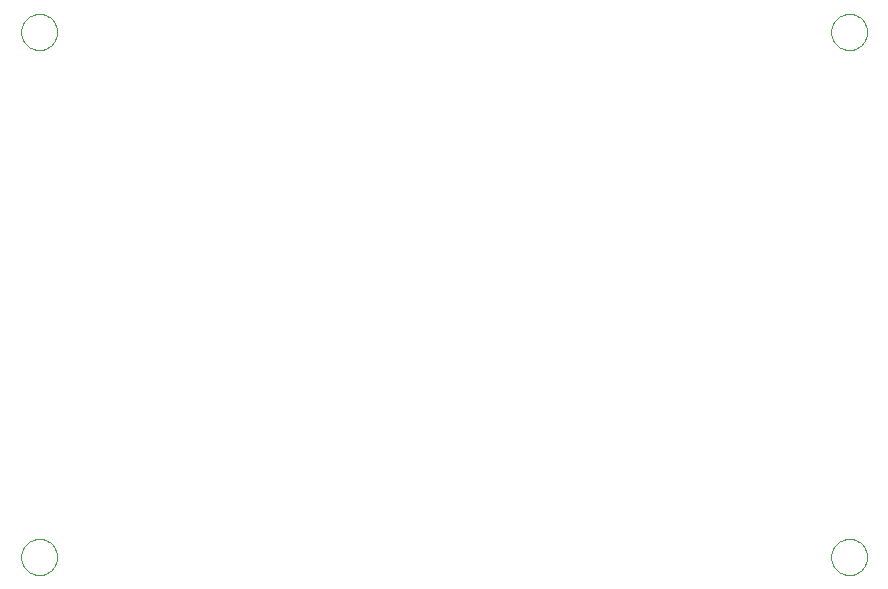
<source format=gbo>
G75*
%MOIN*%
%OFA0B0*%
%FSLAX24Y24*%
%IPPOS*%
%LPD*%
%AMOC8*
5,1,8,0,0,1.08239X$1,22.5*
%
%ADD10C,0.0000*%
D10*
X000580Y001180D02*
X000582Y001229D01*
X000588Y001277D01*
X000598Y001325D01*
X000612Y001372D01*
X000629Y001418D01*
X000650Y001462D01*
X000675Y001504D01*
X000703Y001544D01*
X000735Y001582D01*
X000769Y001617D01*
X000806Y001649D01*
X000845Y001678D01*
X000887Y001704D01*
X000931Y001726D01*
X000976Y001744D01*
X001023Y001759D01*
X001070Y001770D01*
X001119Y001777D01*
X001168Y001780D01*
X001217Y001779D01*
X001265Y001774D01*
X001314Y001765D01*
X001361Y001752D01*
X001407Y001735D01*
X001451Y001715D01*
X001494Y001691D01*
X001535Y001664D01*
X001573Y001633D01*
X001609Y001600D01*
X001641Y001564D01*
X001671Y001525D01*
X001698Y001484D01*
X001721Y001440D01*
X001740Y001395D01*
X001756Y001349D01*
X001768Y001302D01*
X001776Y001253D01*
X001780Y001204D01*
X001780Y001156D01*
X001776Y001107D01*
X001768Y001058D01*
X001756Y001011D01*
X001740Y000965D01*
X001721Y000920D01*
X001698Y000876D01*
X001671Y000835D01*
X001641Y000796D01*
X001609Y000760D01*
X001573Y000727D01*
X001535Y000696D01*
X001494Y000669D01*
X001451Y000645D01*
X001407Y000625D01*
X001361Y000608D01*
X001314Y000595D01*
X001265Y000586D01*
X001217Y000581D01*
X001168Y000580D01*
X001119Y000583D01*
X001070Y000590D01*
X001023Y000601D01*
X000976Y000616D01*
X000931Y000634D01*
X000887Y000656D01*
X000845Y000682D01*
X000806Y000711D01*
X000769Y000743D01*
X000735Y000778D01*
X000703Y000816D01*
X000675Y000856D01*
X000650Y000898D01*
X000629Y000942D01*
X000612Y000988D01*
X000598Y001035D01*
X000588Y001083D01*
X000582Y001131D01*
X000580Y001180D01*
X000580Y018680D02*
X000582Y018729D01*
X000588Y018777D01*
X000598Y018825D01*
X000612Y018872D01*
X000629Y018918D01*
X000650Y018962D01*
X000675Y019004D01*
X000703Y019044D01*
X000735Y019082D01*
X000769Y019117D01*
X000806Y019149D01*
X000845Y019178D01*
X000887Y019204D01*
X000931Y019226D01*
X000976Y019244D01*
X001023Y019259D01*
X001070Y019270D01*
X001119Y019277D01*
X001168Y019280D01*
X001217Y019279D01*
X001265Y019274D01*
X001314Y019265D01*
X001361Y019252D01*
X001407Y019235D01*
X001451Y019215D01*
X001494Y019191D01*
X001535Y019164D01*
X001573Y019133D01*
X001609Y019100D01*
X001641Y019064D01*
X001671Y019025D01*
X001698Y018984D01*
X001721Y018940D01*
X001740Y018895D01*
X001756Y018849D01*
X001768Y018802D01*
X001776Y018753D01*
X001780Y018704D01*
X001780Y018656D01*
X001776Y018607D01*
X001768Y018558D01*
X001756Y018511D01*
X001740Y018465D01*
X001721Y018420D01*
X001698Y018376D01*
X001671Y018335D01*
X001641Y018296D01*
X001609Y018260D01*
X001573Y018227D01*
X001535Y018196D01*
X001494Y018169D01*
X001451Y018145D01*
X001407Y018125D01*
X001361Y018108D01*
X001314Y018095D01*
X001265Y018086D01*
X001217Y018081D01*
X001168Y018080D01*
X001119Y018083D01*
X001070Y018090D01*
X001023Y018101D01*
X000976Y018116D01*
X000931Y018134D01*
X000887Y018156D01*
X000845Y018182D01*
X000806Y018211D01*
X000769Y018243D01*
X000735Y018278D01*
X000703Y018316D01*
X000675Y018356D01*
X000650Y018398D01*
X000629Y018442D01*
X000612Y018488D01*
X000598Y018535D01*
X000588Y018583D01*
X000582Y018631D01*
X000580Y018680D01*
X027580Y018680D02*
X027582Y018729D01*
X027588Y018777D01*
X027598Y018825D01*
X027612Y018872D01*
X027629Y018918D01*
X027650Y018962D01*
X027675Y019004D01*
X027703Y019044D01*
X027735Y019082D01*
X027769Y019117D01*
X027806Y019149D01*
X027845Y019178D01*
X027887Y019204D01*
X027931Y019226D01*
X027976Y019244D01*
X028023Y019259D01*
X028070Y019270D01*
X028119Y019277D01*
X028168Y019280D01*
X028217Y019279D01*
X028265Y019274D01*
X028314Y019265D01*
X028361Y019252D01*
X028407Y019235D01*
X028451Y019215D01*
X028494Y019191D01*
X028535Y019164D01*
X028573Y019133D01*
X028609Y019100D01*
X028641Y019064D01*
X028671Y019025D01*
X028698Y018984D01*
X028721Y018940D01*
X028740Y018895D01*
X028756Y018849D01*
X028768Y018802D01*
X028776Y018753D01*
X028780Y018704D01*
X028780Y018656D01*
X028776Y018607D01*
X028768Y018558D01*
X028756Y018511D01*
X028740Y018465D01*
X028721Y018420D01*
X028698Y018376D01*
X028671Y018335D01*
X028641Y018296D01*
X028609Y018260D01*
X028573Y018227D01*
X028535Y018196D01*
X028494Y018169D01*
X028451Y018145D01*
X028407Y018125D01*
X028361Y018108D01*
X028314Y018095D01*
X028265Y018086D01*
X028217Y018081D01*
X028168Y018080D01*
X028119Y018083D01*
X028070Y018090D01*
X028023Y018101D01*
X027976Y018116D01*
X027931Y018134D01*
X027887Y018156D01*
X027845Y018182D01*
X027806Y018211D01*
X027769Y018243D01*
X027735Y018278D01*
X027703Y018316D01*
X027675Y018356D01*
X027650Y018398D01*
X027629Y018442D01*
X027612Y018488D01*
X027598Y018535D01*
X027588Y018583D01*
X027582Y018631D01*
X027580Y018680D01*
X027580Y001180D02*
X027582Y001229D01*
X027588Y001277D01*
X027598Y001325D01*
X027612Y001372D01*
X027629Y001418D01*
X027650Y001462D01*
X027675Y001504D01*
X027703Y001544D01*
X027735Y001582D01*
X027769Y001617D01*
X027806Y001649D01*
X027845Y001678D01*
X027887Y001704D01*
X027931Y001726D01*
X027976Y001744D01*
X028023Y001759D01*
X028070Y001770D01*
X028119Y001777D01*
X028168Y001780D01*
X028217Y001779D01*
X028265Y001774D01*
X028314Y001765D01*
X028361Y001752D01*
X028407Y001735D01*
X028451Y001715D01*
X028494Y001691D01*
X028535Y001664D01*
X028573Y001633D01*
X028609Y001600D01*
X028641Y001564D01*
X028671Y001525D01*
X028698Y001484D01*
X028721Y001440D01*
X028740Y001395D01*
X028756Y001349D01*
X028768Y001302D01*
X028776Y001253D01*
X028780Y001204D01*
X028780Y001156D01*
X028776Y001107D01*
X028768Y001058D01*
X028756Y001011D01*
X028740Y000965D01*
X028721Y000920D01*
X028698Y000876D01*
X028671Y000835D01*
X028641Y000796D01*
X028609Y000760D01*
X028573Y000727D01*
X028535Y000696D01*
X028494Y000669D01*
X028451Y000645D01*
X028407Y000625D01*
X028361Y000608D01*
X028314Y000595D01*
X028265Y000586D01*
X028217Y000581D01*
X028168Y000580D01*
X028119Y000583D01*
X028070Y000590D01*
X028023Y000601D01*
X027976Y000616D01*
X027931Y000634D01*
X027887Y000656D01*
X027845Y000682D01*
X027806Y000711D01*
X027769Y000743D01*
X027735Y000778D01*
X027703Y000816D01*
X027675Y000856D01*
X027650Y000898D01*
X027629Y000942D01*
X027612Y000988D01*
X027598Y001035D01*
X027588Y001083D01*
X027582Y001131D01*
X027580Y001180D01*
M02*

</source>
